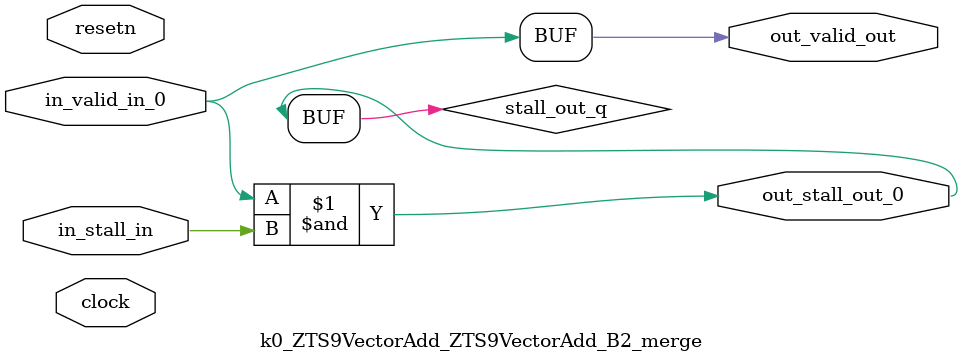
<source format=sv>



(* altera_attribute = "-name AUTO_SHIFT_REGISTER_RECOGNITION OFF; -name MESSAGE_DISABLE 10036; -name MESSAGE_DISABLE 10037; -name MESSAGE_DISABLE 14130; -name MESSAGE_DISABLE 14320; -name MESSAGE_DISABLE 15400; -name MESSAGE_DISABLE 14130; -name MESSAGE_DISABLE 10036; -name MESSAGE_DISABLE 12020; -name MESSAGE_DISABLE 12030; -name MESSAGE_DISABLE 12010; -name MESSAGE_DISABLE 12110; -name MESSAGE_DISABLE 14320; -name MESSAGE_DISABLE 13410; -name MESSAGE_DISABLE 113007; -name MESSAGE_DISABLE 10958" *)
module k0_ZTS9VectorAdd_ZTS9VectorAdd_B2_merge (
    input wire [0:0] in_stall_in,
    input wire [0:0] in_valid_in_0,
    output wire [0:0] out_stall_out_0,
    output wire [0:0] out_valid_out,
    input wire clock,
    input wire resetn
    );

    wire [0:0] stall_out_q;


    // stall_out(LOGICAL,6)
    assign stall_out_q = in_valid_in_0 & in_stall_in;

    // out_stall_out_0(GPOUT,4)
    assign out_stall_out_0 = stall_out_q;

    // out_valid_out(GPOUT,5)
    assign out_valid_out = in_valid_in_0;

endmodule

</source>
